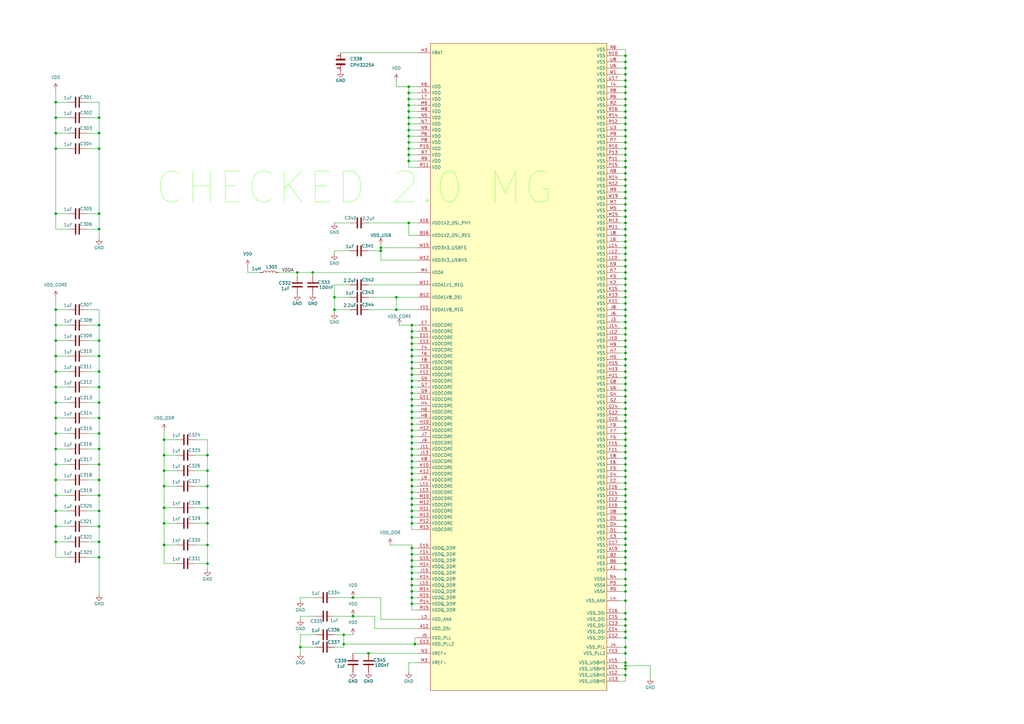
<source format=kicad_sch>
(kicad_sch (version 20250114) (generator "eeschema") (generator_version "9.0")
  (paper "A3")
  (title_block (company "COMPANY_NAME") (comment 1 "Author: Mykola Grodskyi") (comment 2 "Copyright © 2025 Mykola Grodskyi.") (comment 3 "Licensed under CERN-OHL-S v2 (see LICENSE for details)") (comment 4 "PROVIDED \"AS IS\" WITHOUT WARRANTY OF ANY KIND") (comment 5 "Source: github.com/"))
  (text "CHECKED 2.0 MG\n" (at 145.288 77.216 0) (effects (font (size 12.7 12.7))))
  (junction (at 168.91 179.07))
  (junction (at 168.91 156.21))
  (junction (at 22.86 60.96))
  (junction (at 85.09 231.14))
  (junction (at 167.64 55.88))
  (junction (at 168.91 207.01))
  (junction (at 256.54 58.42))
  (junction (at 256.54 48.26))
  (junction (at 256.54 185.42))
  (junction (at 256.54 137.16))
  (junction (at 144.78 245.11))
  (junction (at 168.91 234.95))
  (junction (at 256.54 210.82))
  (junction (at 40.64 228.6))
  (junction (at 22.86 177.8))
  (junction (at 22.86 87.63))
  (junction (at 256.54 226.06))
  (junction (at 256.54 267.97))
  (junction (at 168.91 151.13))
  (junction (at 256.54 45.72))
  (junction (at 168.91 201.93))
  (junction (at 67.31 214.63))
  (junction (at 167.64 35.56))
  (junction (at 256.54 271.78))
  (junction (at 256.54 111.76))
  (junction (at 151.13 267.97))
  (junction (at 167.64 60.96))
  (junction (at 22.86 209.55))
  (junction (at 256.54 256.54))
  (junction (at 121.92 111.76))
  (junction (at 40.64 177.8))
  (junction (at 168.91 171.45))
  (junction (at 256.54 78.74))
  (junction (at 256.54 265.43))
  (junction (at 256.54 167.64))
  (junction (at 128.27 111.76))
  (junction (at 256.54 27.94))
  (junction (at 22.86 158.75))
  (junction (at 256.54 38.1))
  (junction (at 256.54 198.12))
  (junction (at 40.64 165.1))
  (junction (at 256.54 22.86))
  (junction (at 256.54 144.78))
  (junction (at 256.54 193.04))
  (junction (at 85.09 214.63))
  (junction (at 168.91 196.85))
  (junction (at 85.09 193.04))
  (junction (at 168.91 146.05))
  (junction (at 85.09 208.28))
  (junction (at 256.54 35.56))
  (junction (at 256.54 127))
  (junction (at 22.86 139.7))
  (junction (at 167.64 40.64))
  (junction (at 256.54 162.56))
  (junction (at 168.91 186.69))
  (junction (at 256.54 106.68))
  (junction (at 168.91 191.77))
  (junction (at 40.64 203.2))
  (junction (at 67.31 223.52))
  (junction (at 256.54 205.74))
  (junction (at 168.91 242.57))
  (junction (at 137.16 127))
  (junction (at 167.64 91.44))
  (junction (at 256.54 134.62))
  (junction (at 256.54 109.22))
  (junction (at 22.86 54.61))
  (junction (at 170.18 264.16))
  (junction (at 256.54 165.1))
  (junction (at 22.86 41.91))
  (junction (at 256.54 50.8))
  (junction (at 40.64 209.55))
  (junction (at 256.54 195.58))
  (junction (at 22.86 184.15))
  (junction (at 168.91 158.75))
  (junction (at 168.91 212.09))
  (junction (at 256.54 91.44))
  (junction (at 256.54 60.96))
  (junction (at 256.54 208.28))
  (junction (at 67.31 193.04))
  (junction (at 168.91 199.39))
  (junction (at 167.64 45.72))
  (junction (at 168.91 224.79))
  (junction (at 256.54 76.2))
  (junction (at 167.64 66.04))
  (junction (at 40.64 222.25))
  (junction (at 162.56 121.92))
  (junction (at 168.91 232.41))
  (junction (at 256.54 223.52))
  (junction (at 256.54 170.18))
  (junction (at 256.54 251.46))
  (junction (at 140.97 260.35))
  (junction (at 168.91 163.83))
  (junction (at 256.54 55.88))
  (junction (at 85.09 186.69))
  (junction (at 256.54 124.46))
  (junction (at 168.91 227.33))
  (junction (at 256.54 88.9))
  (junction (at 22.86 190.5))
  (junction (at 256.54 190.5))
  (junction (at 256.54 203.2))
  (junction (at 167.64 58.42))
  (junction (at 22.86 48.26))
  (junction (at 168.91 247.65))
  (junction (at 40.64 190.5))
  (junction (at 67.31 186.69))
  (junction (at 22.86 222.25))
  (junction (at 256.54 83.82))
  (junction (at 256.54 63.5))
  (junction (at 123.19 265.43))
  (junction (at 40.64 93.98))
  (junction (at 85.09 223.52))
  (junction (at 168.91 194.31))
  (junction (at 256.54 68.58))
  (junction (at 67.31 199.39))
  (junction (at 256.54 254))
  (junction (at 256.54 228.6))
  (junction (at 256.54 104.14))
  (junction (at 22.86 171.45))
  (junction (at 256.54 213.36))
  (junction (at 256.54 242.57))
  (junction (at 256.54 187.96))
  (junction (at 256.54 86.36))
  (junction (at 256.54 180.34))
  (junction (at 162.56 127))
  (junction (at 40.64 139.7))
  (junction (at 256.54 152.4))
  (junction (at 256.54 231.14))
  (junction (at 167.64 48.26))
  (junction (at 168.91 229.87))
  (junction (at 40.64 133.35))
  (junction (at 168.91 143.51))
  (junction (at 40.64 171.45))
  (junction (at 256.54 177.8))
  (junction (at 256.54 273.05))
  (junction (at 256.54 182.88))
  (junction (at 256.54 30.48))
  (junction (at 168.91 189.23))
  (junction (at 168.91 204.47))
  (junction (at 256.54 25.4))
  (junction (at 168.91 209.55))
  (junction (at 168.91 168.91))
  (junction (at 40.64 54.61))
  (junction (at 40.64 158.75))
  (junction (at 256.54 43.18))
  (junction (at 40.64 87.63))
  (junction (at 256.54 220.98))
  (junction (at 167.64 63.5))
  (junction (at 256.54 139.7))
  (junction (at 256.54 276.86))
  (junction (at 256.54 149.86))
  (junction (at 256.54 101.6))
  (junction (at 167.64 43.18))
  (junction (at 256.54 233.68))
  (junction (at 256.54 160.02))
  (junction (at 67.31 180.34))
  (junction (at 40.64 152.4))
  (junction (at 168.91 214.63))
  (junction (at 156.21 102.87))
  (junction (at 22.86 146.05))
  (junction (at 168.91 240.03))
  (junction (at 167.64 50.8))
  (junction (at 22.86 152.4))
  (junction (at 137.16 121.92))
  (junction (at 167.64 53.34))
  (junction (at 256.54 53.34))
  (junction (at 256.54 175.26))
  (junction (at 256.54 119.38))
  (junction (at 22.86 203.2))
  (junction (at 22.86 196.85))
  (junction (at 168.91 173.99))
  (junction (at 256.54 114.3))
  (junction (at 256.54 274.32))
  (junction (at 40.64 215.9))
  (junction (at 167.64 38.1))
  (junction (at 256.54 93.98))
  (junction (at 168.91 138.43))
  (junction (at 168.91 161.29))
  (junction (at 256.54 240.03))
  (junction (at 144.78 252.73))
  (junction (at 256.54 237.49))
  (junction (at 140.97 264.16))
  (junction (at 168.91 176.53))
  (junction (at 168.91 135.89))
  (junction (at 40.64 60.96))
  (junction (at 256.54 172.72))
  (junction (at 40.64 184.15))
  (junction (at 256.54 116.84))
  (junction (at 256.54 215.9))
  (junction (at 168.91 245.11))
  (junction (at 256.54 246.38))
  (junction (at 85.09 199.39))
  (junction (at 256.54 147.32))
  (junction (at 256.54 96.52))
  (junction (at 22.86 133.35))
  (junction (at 40.64 146.05))
  (junction (at 40.64 196.85))
  (junction (at 168.91 181.61))
  (junction (at 256.54 71.12))
  (junction (at 168.91 184.15))
  (junction (at 256.54 132.08))
  (junction (at 22.86 127))
  (junction (at 168.91 148.59))
  (junction (at 256.54 154.94))
  (junction (at 256.54 40.64))
  (junction (at 256.54 218.44))
  (junction (at 22.86 165.1))
  (junction (at 22.86 215.9))
  (junction (at 256.54 261.62))
  (junction (at 256.54 142.24))
  (junction (at 156.21 101.6))
  (junction (at 256.54 33.02))
  (junction (at 256.54 121.92))
  (junction (at 168.91 140.97))
  (junction (at 256.54 200.66))
  (junction (at 256.54 73.66))
  (junction (at 168.91 133.35))
  (junction (at 168.91 153.67))
  (junction (at 168.91 166.37))
  (junction (at 256.54 129.54))
  (junction (at 40.64 48.26))
  (junction (at 256.54 259.08))
  (junction (at 168.91 237.49))
  (junction (at 256.54 99.06))
  (junction (at 256.54 157.48))
  (junction (at 256.54 66.04))
  (junction (at 67.31 208.28))
  (junction (at 256.54 81.28))
  (wire (pts (xy 162.56 121.92) (xy 171.45 121.92)))
  (wire (pts (xy 256.54 66.04) (xy 254 66.04)))
  (wire (pts (xy 256.54 129.54) (xy 256.54 132.08)))
  (wire (pts (xy 256.54 203.2) (xy 254 203.2)))
  (wire (pts (xy 168.91 161.29) (xy 171.45 161.29)))
  (wire (pts (xy 101.6 109.22) (xy 101.6 111.76)))
  (wire (pts (xy 85.09 199.39) (xy 85.09 208.28)))
  (wire (pts (xy 22.86 121.92) (xy 22.86 127)))
  (wire (pts (xy 67.31 180.34) (xy 67.31 186.69)))
  (wire (pts (xy 85.09 223.52) (xy 80.01 223.52)))
  (wire (pts (xy 256.54 233.68) (xy 256.54 237.49)))
  (wire (pts (xy 123.19 252.73) (xy 123.19 254)))
  (wire (pts (xy 168.91 184.15) (xy 168.91 186.69)))
  (wire (pts (xy 168.91 247.65) (xy 168.91 250.19)))
  (wire (pts (xy 256.54 137.16) (xy 256.54 139.7)))
  (wire (pts (xy 256.54 22.86) (xy 256.54 25.4)))
  (wire (pts (xy 168.91 214.63) (xy 168.91 217.17)))
  (wire (pts (xy 168.91 168.91) (xy 168.91 171.45)))
  (wire (pts (xy 256.54 231.14) (xy 254 231.14)))
  (wire (pts (xy 67.31 214.63) (xy 67.31 223.52)))
  (wire (pts (xy 137.16 121.92) (xy 137.16 127)))
  (wire (pts (xy 67.31 214.63) (xy 72.39 214.63)))
  (wire (pts (xy 256.54 50.8) (xy 254 50.8)))
  (wire (pts (xy 256.54 25.4) (xy 254 25.4)))
  (wire (pts (xy 256.54 35.56) (xy 254 35.56)))
  (wire (pts (xy 168.91 207.01) (xy 168.91 209.55)))
  (wire (pts (xy 85.09 199.39) (xy 80.01 199.39)))
  (wire (pts (xy 67.31 208.28) (xy 67.31 214.63)))
  (wire (pts (xy 256.54 101.6) (xy 256.54 104.14)))
  (wire (pts (xy 256.54 142.24) (xy 254 142.24)))
  (wire (pts (xy 256.54 271.78) (xy 254 271.78)))
  (wire (pts (xy 168.91 186.69) (xy 171.45 186.69)))
  (wire (pts (xy 256.54 267.97) (xy 256.54 271.78)))
  (wire (pts (xy 40.64 139.7) (xy 35.56 139.7)))
  (wire (pts (xy 168.91 250.19) (xy 171.45 250.19)))
  (wire (pts (xy 22.86 87.63) (xy 22.86 93.98)))
  (wire (pts (xy 85.09 208.28) (xy 85.09 214.63)))
  (wire (pts (xy 256.54 83.82) (xy 254 83.82)))
  (wire (pts (xy 140.97 264.16) (xy 140.97 260.35)))
  (wire (pts (xy 168.91 176.53) (xy 171.45 176.53)))
  (wire (pts (xy 40.64 177.8) (xy 40.64 184.15)))
  (wire (pts (xy 256.54 139.7) (xy 254 139.7)))
  (wire (pts (xy 256.54 104.14) (xy 256.54 106.68)))
  (wire (pts (xy 129.54 245.11) (xy 123.19 245.11)))
  (wire (pts (xy 22.86 228.6) (xy 27.94 228.6)))
  (wire (pts (xy 256.54 208.28) (xy 256.54 210.82)))
  (wire (pts (xy 256.54 233.68) (xy 254 233.68)))
  (wire (pts (xy 168.91 186.69) (xy 168.91 189.23)))
  (wire (pts (xy 85.09 214.63) (xy 80.01 214.63)))
  (wire (pts (xy 167.64 63.5) (xy 167.64 66.04)))
  (wire (pts (xy 256.54 127) (xy 254 127)))
  (wire (pts (xy 256.54 68.58) (xy 256.54 71.12)))
  (wire (pts (xy 67.31 208.28) (xy 72.39 208.28)))
  (wire (pts (xy 167.64 38.1) (xy 167.64 40.64)))
  (wire (pts (xy 256.54 78.74) (xy 254 78.74)))
  (wire (pts (xy 167.64 40.64) (xy 171.45 40.64)))
  (wire (pts (xy 256.54 40.64) (xy 256.54 43.18)))
  (wire (pts (xy 40.64 41.91) (xy 40.64 48.26)))
  (wire (pts (xy 256.54 129.54) (xy 254 129.54)))
  (wire (pts (xy 137.16 104.14) (xy 137.16 102.87)))
  (wire (pts (xy 256.54 157.48) (xy 256.54 160.02)))
  (wire (pts (xy 256.54 106.68) (xy 254 106.68)))
  (wire (pts (xy 256.54 27.94) (xy 256.54 30.48)))
  (wire (pts (xy 167.64 55.88) (xy 167.64 58.42)))
  (wire (pts (xy 168.91 179.07) (xy 168.91 181.61)))
  (wire (pts (xy 256.54 165.1) (xy 254 165.1)))
  (wire (pts (xy 22.86 60.96) (xy 22.86 87.63)))
  (wire (pts (xy 256.54 213.36) (xy 256.54 215.9)))
  (wire (pts (xy 256.54 154.94) (xy 254 154.94)))
  (wire (pts (xy 22.86 127) (xy 27.94 127)))
  (wire (pts (xy 40.64 171.45) (xy 40.64 177.8)))
  (wire (pts (xy 168.91 181.61) (xy 171.45 181.61)))
  (wire (pts (xy 168.91 196.85) (xy 168.91 199.39)))
  (wire (pts (xy 22.86 54.61) (xy 22.86 60.96)))
  (wire (pts (xy 256.54 119.38) (xy 254 119.38)))
  (wire (pts (xy 256.54 121.92) (xy 256.54 124.46)))
  (wire (pts (xy 168.91 148.59) (xy 171.45 148.59)))
  (wire (pts (xy 256.54 274.32) (xy 254 274.32)))
  (wire (pts (xy 22.86 41.91) (xy 22.86 48.26)))
  (wire (pts (xy 256.54 137.16) (xy 254 137.16)))
  (wire (pts (xy 67.31 186.69) (xy 67.31 193.04)))
  (wire (pts (xy 143.51 121.92) (xy 137.16 121.92)))
  (wire (pts (xy 168.91 156.21) (xy 168.91 158.75)))
  (wire (pts (xy 121.92 111.76) (xy 121.92 113.03)))
  (wire (pts (xy 256.54 132.08) (xy 254 132.08)))
  (wire (pts (xy 40.64 222.25) (xy 40.64 228.6)))
  (wire (pts (xy 256.54 71.12) (xy 256.54 73.66)))
  (wire (pts (xy 256.54 185.42) (xy 254 185.42)))
  (wire (pts (xy 256.54 167.64) (xy 256.54 170.18)))
  (wire (pts (xy 168.91 173.99) (xy 168.91 176.53)))
  (wire (pts (xy 171.45 96.52) (xy 167.64 96.52)))
  (wire (pts (xy 139.7 21.59) (xy 171.45 21.59)))
  (wire (pts (xy 151.13 91.44) (xy 167.64 91.44)))
  (wire (pts (xy 256.54 237.49) (xy 256.54 240.03)))
  (wire (pts (xy 40.64 87.63) (xy 40.64 93.98)))
  (wire (pts (xy 40.64 54.61) (xy 35.56 54.61)))
  (wire (pts (xy 168.91 138.43) (xy 171.45 138.43)))
  (wire (pts (xy 168.91 184.15) (xy 171.45 184.15)))
  (wire (pts (xy 256.54 76.2) (xy 256.54 78.74)))
  (wire (pts (xy 256.54 195.58) (xy 256.54 198.12)))
  (wire (pts (xy 22.86 184.15) (xy 27.94 184.15)))
  (wire (pts (xy 40.64 215.9) (xy 40.64 222.25)))
  (wire (pts (xy 85.09 193.04) (xy 80.01 193.04)))
  (wire (pts (xy 256.54 134.62) (xy 254 134.62)))
  (wire (pts (xy 140.97 264.16) (xy 170.18 264.16)))
  (wire (pts (xy 168.91 237.49) (xy 171.45 237.49)))
  (wire (pts (xy 168.91 245.11) (xy 171.45 245.11)))
  (wire (pts (xy 67.31 199.39) (xy 67.31 208.28)))
  (wire (pts (xy 256.54 193.04) (xy 254 193.04)))
  (wire (pts (xy 40.64 228.6) (xy 40.64 243.84)))
  (wire (pts (xy 22.86 184.15) (xy 22.86 190.5)))
  (wire (pts (xy 168.91 179.07) (xy 171.45 179.07)))
  (wire (pts (xy 256.54 237.49) (xy 254 237.49)))
  (wire (pts (xy 256.54 190.5) (xy 254 190.5)))
  (wire (pts (xy 40.64 203.2) (xy 40.64 209.55)))
  (wire (pts (xy 168.91 204.47) (xy 171.45 204.47)))
  (wire (pts (xy 143.51 102.87) (xy 137.16 102.87)))
  (wire (pts (xy 256.54 175.26) (xy 254 175.26)))
  (wire (pts (xy 256.54 63.5) (xy 256.54 66.04)))
  (wire (pts (xy 168.91 227.33) (xy 171.45 227.33)))
  (wire (pts (xy 144.78 267.97) (xy 151.13 267.97)))
  (wire (pts (xy 85.09 180.34) (xy 85.09 186.69)))
  (wire (pts (xy 40.64 158.75) (xy 35.56 158.75)))
  (wire (pts (xy 85.09 223.52) (xy 85.09 231.14)))
  (wire (pts (xy 256.54 121.92) (xy 254 121.92)))
  (wire (pts (xy 67.31 223.52) (xy 67.31 231.14)))
  (wire (pts (xy 40.64 209.55) (xy 40.64 215.9)))
  (wire (pts (xy 256.54 226.06) (xy 256.54 228.6)))
  (wire (pts (xy 170.18 261.62) (xy 170.18 264.16)))
  (wire (pts (xy 256.54 124.46) (xy 256.54 127)))
  (wire (pts (xy 168.91 234.95) (xy 168.91 237.49)))
  (wire (pts (xy 256.54 187.96) (xy 254 187.96)))
  (wire (pts (xy 167.64 38.1) (xy 171.45 38.1)))
  (wire (pts (xy 256.54 220.98) (xy 254 220.98)))
  (wire (pts (xy 256.54 213.36) (xy 254 213.36)))
  (wire (pts (xy 168.91 227.33) (xy 168.91 229.87)))
  (wire (pts (xy 22.86 60.96) (xy 27.94 60.96)))
  (wire (pts (xy 153.67 257.81) (xy 153.67 252.73)))
  (wire (pts (xy 168.91 146.05) (xy 171.45 146.05)))
  (wire (pts (xy 256.54 86.36) (xy 254 86.36)))
  (wire (pts (xy 256.54 88.9) (xy 254 88.9)))
  (wire (pts (xy 40.64 146.05) (xy 40.64 152.4)))
  (wire (pts (xy 256.54 160.02) (xy 254 160.02)))
  (wire (pts (xy 40.64 152.4) (xy 40.64 158.75)))
  (wire (pts (xy 256.54 154.94) (xy 256.54 157.48)))
  (wire (pts (xy 256.54 254) (xy 254 254)))
  (wire (pts (xy 256.54 215.9) (xy 256.54 218.44)))
  (wire (pts (xy 256.54 48.26) (xy 254 48.26)))
  (wire (pts (xy 151.13 121.92) (xy 162.56 121.92)))
  (wire (pts (xy 256.54 78.74) (xy 256.54 81.28)))
  (wire (pts (xy 256.54 43.18) (xy 256.54 45.72)))
  (wire (pts (xy 167.64 55.88) (xy 171.45 55.88)))
  (wire (pts (xy 137.16 127) (xy 137.16 128.27)))
  (wire (pts (xy 168.91 171.45) (xy 168.91 173.99)))
  (wire (pts (xy 168.91 171.45) (xy 171.45 171.45)))
  (wire (pts (xy 256.54 27.94) (xy 254 27.94)))
  (wire (pts (xy 256.54 147.32) (xy 254 147.32)))
  (wire (pts (xy 168.91 194.31) (xy 171.45 194.31)))
  (wire (pts (xy 256.54 200.66) (xy 256.54 203.2)))
  (wire (pts (xy 168.91 138.43) (xy 168.91 140.97)))
  (wire (pts (xy 101.6 111.76) (xy 106.68 111.76)))
  (wire (pts (xy 256.54 40.64) (xy 254 40.64)))
  (wire (pts (xy 167.64 271.78) (xy 171.45 271.78)))
  (wire (pts (xy 256.54 200.66) (xy 254 200.66)))
  (wire (pts (xy 256.54 218.44) (xy 256.54 220.98)))
  (wire (pts (xy 168.91 201.93) (xy 171.45 201.93)))
  (wire (pts (xy 168.91 194.31) (xy 168.91 196.85)))
  (wire (pts (xy 168.91 209.55) (xy 168.91 212.09)))
  (wire (pts (xy 167.64 275.59) (xy 167.64 271.78)))
  (wire (pts (xy 168.91 151.13) (xy 171.45 151.13)))
  (wire (pts (xy 151.13 116.84) (xy 171.45 116.84)))
  (wire (pts (xy 168.91 224.79) (xy 168.91 227.33)))
  (wire (pts (xy 168.91 133.35) (xy 171.45 133.35)))
  (wire (pts (xy 167.64 43.18) (xy 171.45 43.18)))
  (wire (pts (xy 256.54 271.78) (xy 256.54 273.05)))
  (wire (pts (xy 167.64 96.52) (xy 167.64 91.44)))
  (wire (pts (xy 256.54 96.52) (xy 254 96.52)))
  (wire (pts (xy 40.64 165.1) (xy 40.64 171.45)))
  (wire (pts (xy 256.54 165.1) (xy 256.54 167.64)))
  (wire (pts (xy 129.54 252.73) (xy 123.19 252.73)))
  (wire (pts (xy 256.54 172.72) (xy 254 172.72)))
  (wire (pts (xy 256.54 81.28) (xy 254 81.28)))
  (wire (pts (xy 167.64 48.26) (xy 167.64 50.8)))
  (wire (pts (xy 256.54 55.88) (xy 256.54 58.42)))
  (wire (pts (xy 256.54 240.03) (xy 256.54 242.57)))
  (wire (pts (xy 168.91 140.97) (xy 168.91 143.51)))
  (wire (pts (xy 40.64 48.26) (xy 40.64 54.61)))
  (wire (pts (xy 40.64 139.7) (xy 40.64 146.05)))
  (wire (pts (xy 22.86 222.25) (xy 27.94 222.25)))
  (wire (pts (xy 167.64 43.18) (xy 167.64 45.72)))
  (wire (pts (xy 85.09 193.04) (xy 85.09 199.39)))
  (wire (pts (xy 22.86 203.2) (xy 27.94 203.2)))
  (wire (pts (xy 256.54 81.28) (xy 256.54 83.82)))
  (wire (pts (xy 22.86 203.2) (xy 22.86 209.55)))
  (wire (pts (xy 256.54 104.14) (xy 254 104.14)))
  (wire (pts (xy 140.97 260.35) (xy 144.78 260.35)))
  (wire (pts (xy 156.21 245.11) (xy 144.78 245.11)))
  (wire (pts (xy 167.64 91.44) (xy 171.45 91.44)))
  (wire (pts (xy 156.21 100.33) (xy 156.21 101.6)))
  (wire (pts (xy 256.54 114.3) (xy 256.54 116.84)))
  (wire (pts (xy 168.91 163.83) (xy 168.91 166.37)))
  (wire (pts (xy 40.64 133.35) (xy 35.56 133.35)))
  (wire (pts (xy 256.54 50.8) (xy 256.54 53.34)))
  (wire (pts (xy 85.09 186.69) (xy 80.01 186.69)))
  (wire (pts (xy 256.54 187.96) (xy 256.54 190.5)))
  (wire (pts (xy 256.54 101.6) (xy 254 101.6)))
  (wire (pts (xy 168.91 191.77) (xy 171.45 191.77)))
  (wire (pts (xy 256.54 205.74) (xy 254 205.74)))
  (wire (pts (xy 168.91 153.67) (xy 171.45 153.67)))
  (wire (pts (xy 168.91 242.57) (xy 168.91 245.11)))
  (wire (pts (xy 168.91 161.29) (xy 168.91 163.83)))
  (wire (pts (xy 137.16 116.84) (xy 137.16 121.92)))
  (wire (pts (xy 168.91 140.97) (xy 171.45 140.97)))
  (wire (pts (xy 123.19 260.35) (xy 129.54 260.35)))
  (wire (pts (xy 137.16 116.84) (xy 143.51 116.84)))
  (wire (pts (xy 266.7 273.05) (xy 256.54 273.05)))
  (wire (pts (xy 40.64 190.5) (xy 35.56 190.5)))
  (wire (pts (xy 156.21 102.87) (xy 156.21 106.68)))
  (wire (pts (xy 168.91 158.75) (xy 168.91 161.29)))
  (wire (pts (xy 137.16 127) (xy 143.51 127)))
  (wire (pts (xy 256.54 251.46) (xy 256.54 254)))
  (wire (pts (xy 256.54 60.96) (xy 256.54 63.5)))
  (wire (pts (xy 67.31 176.53) (xy 67.31 180.34)))
  (wire (pts (xy 256.54 180.34) (xy 254 180.34)))
  (wire (pts (xy 256.54 111.76) (xy 254 111.76)))
  (wire (pts (xy 22.86 139.7) (xy 22.86 146.05)))
  (wire (pts (xy 168.91 232.41) (xy 171.45 232.41)))
  (wire (pts (xy 256.54 279.4) (xy 254 279.4)))
  (wire (pts (xy 85.09 214.63) (xy 85.09 223.52)))
  (wire (pts (xy 256.54 162.56) (xy 254 162.56)))
  (wire (pts (xy 151.13 102.87) (xy 156.21 102.87)))
  (wire (pts (xy 167.64 60.96) (xy 167.64 63.5)))
  (wire (pts (xy 256.54 276.86) (xy 254 276.86)))
  (wire (pts (xy 168.91 199.39) (xy 171.45 199.39)))
  (wire (pts (xy 256.54 256.54) (xy 256.54 259.08)))
  (wire (pts (xy 167.64 68.58) (xy 171.45 68.58)))
  (wire (pts (xy 40.64 127) (xy 35.56 127)))
  (wire (pts (xy 168.91 217.17) (xy 171.45 217.17)))
  (wire (pts (xy 256.54 273.05) (xy 256.54 274.32)))
  (wire (pts (xy 40.64 165.1) (xy 35.56 165.1)))
  (wire (pts (xy 168.91 214.63) (xy 171.45 214.63)))
  (wire (pts (xy 123.19 265.43) (xy 123.19 267.97)))
  (wire (pts (xy 168.91 151.13) (xy 168.91 153.67)))
  (wire (pts (xy 168.91 158.75) (xy 171.45 158.75)))
  (wire (pts (xy 67.31 193.04) (xy 72.39 193.04)))
  (wire (pts (xy 22.86 48.26) (xy 27.94 48.26)))
  (wire (pts (xy 40.64 146.05) (xy 35.56 146.05)))
  (wire (pts (xy 168.91 207.01) (xy 171.45 207.01)))
  (wire (pts (xy 256.54 198.12) (xy 254 198.12)))
  (wire (pts (xy 256.54 99.06) (xy 254 99.06)))
  (wire (pts (xy 256.54 45.72) (xy 256.54 48.26)))
  (wire (pts (xy 256.54 22.86) (xy 254 22.86)))
  (wire (pts (xy 256.54 276.86) (xy 256.54 279.4)))
  (wire (pts (xy 256.54 142.24) (xy 256.54 144.78)))
  (wire (pts (xy 256.54 134.62) (xy 256.54 137.16)))
  (wire (pts (xy 256.54 267.97) (xy 254 267.97)))
  (wire (pts (xy 256.54 246.38) (xy 254 246.38)))
  (wire (pts (xy 22.86 146.05) (xy 27.94 146.05)))
  (wire (pts (xy 151.13 267.97) (xy 171.45 267.97)))
  (wire (pts (xy 256.54 152.4) (xy 254 152.4)))
  (wire (pts (xy 256.54 228.6) (xy 254 228.6)))
  (wire (pts (xy 168.91 247.65) (xy 171.45 247.65)))
  (wire (pts (xy 256.54 48.26) (xy 256.54 50.8)))
  (wire (pts (xy 256.54 124.46) (xy 254 124.46)))
  (wire (pts (xy 256.54 259.08) (xy 256.54 261.62)))
  (wire (pts (xy 256.54 63.5) (xy 254 63.5)))
  (wire (pts (xy 170.18 261.62) (xy 171.45 261.62)))
  (wire (pts (xy 256.54 53.34) (xy 256.54 55.88)))
  (wire (pts (xy 40.64 60.96) (xy 40.64 87.63)))
  (wire (pts (xy 168.91 204.47) (xy 168.91 207.01)))
  (wire (pts (xy 168.91 163.83) (xy 171.45 163.83)))
  (wire (pts (xy 168.91 201.93) (xy 168.91 204.47)))
  (wire (pts (xy 256.54 205.74) (xy 256.54 208.28)))
  (wire (pts (xy 256.54 99.06) (xy 256.54 101.6)))
  (wire (pts (xy 256.54 172.72) (xy 256.54 175.26)))
  (wire (pts (xy 256.54 220.98) (xy 256.54 223.52)))
  (wire (pts (xy 168.91 143.51) (xy 168.91 146.05)))
  (wire (pts (xy 27.94 93.98) (xy 22.86 93.98)))
  (wire (pts (xy 256.54 73.66) (xy 256.54 76.2)))
  (wire (pts (xy 167.64 50.8) (xy 171.45 50.8)))
  (wire (pts (xy 67.31 199.39) (xy 72.39 199.39)))
  (wire (pts (xy 137.16 91.44) (xy 143.51 91.44)))
  (wire (pts (xy 22.86 152.4) (xy 27.94 152.4)))
  (wire (pts (xy 22.86 54.61) (xy 27.94 54.61)))
  (wire (pts (xy 256.54 242.57) (xy 256.54 246.38)))
  (wire (pts (xy 256.54 254) (xy 256.54 256.54)))
  (wire (pts (xy 256.54 215.9) (xy 254 215.9)))
  (wire (pts (xy 256.54 111.76) (xy 256.54 114.3)))
  (wire (pts (xy 256.54 242.57) (xy 254 242.57)))
  (wire (pts (xy 167.64 58.42) (xy 171.45 58.42)))
  (wire (pts (xy 256.54 38.1) (xy 256.54 40.64)))
  (wire (pts (xy 256.54 20.32) (xy 254 20.32)))
  (wire (pts (xy 22.86 222.25) (xy 22.86 228.6)))
  (wire (pts (xy 85.09 208.28) (xy 80.01 208.28)))
  (wire (pts (xy 22.86 209.55) (xy 27.94 209.55)))
  (wire (pts (xy 123.19 260.35) (xy 123.19 265.43)))
  (wire (pts (xy 256.54 144.78) (xy 254 144.78)))
  (wire (pts (xy 256.54 71.12) (xy 254 71.12)))
  (wire (pts (xy 256.54 265.43) (xy 256.54 267.97)))
  (wire (pts (xy 67.31 193.04) (xy 67.31 199.39)))
  (wire (pts (xy 256.54 33.02) (xy 256.54 35.56)))
  (wire (pts (xy 256.54 160.02) (xy 256.54 162.56)))
  (wire (pts (xy 168.91 199.39) (xy 168.91 201.93)))
  (wire (pts (xy 266.7 278.13) (xy 266.7 273.05)))
  (wire (pts (xy 256.54 203.2) (xy 256.54 205.74)))
  (wire (pts (xy 22.86 215.9) (xy 22.86 222.25)))
  (wire (pts (xy 256.54 139.7) (xy 256.54 142.24)))
  (wire (pts (xy 22.86 158.75) (xy 22.86 165.1)))
  (wire (pts (xy 171.45 101.6) (xy 156.21 101.6)))
  (wire (pts (xy 40.64 54.61) (xy 40.64 60.96)))
  (wire (pts (xy 40.64 196.85) (xy 40.64 203.2)))
  (wire (pts (xy 256.54 261.62) (xy 254 261.62)))
  (wire (pts (xy 114.3 111.76) (xy 121.92 111.76)))
  (wire (pts (xy 256.54 109.22) (xy 256.54 111.76)))
  (wire (pts (xy 168.91 153.67) (xy 168.91 156.21)))
  (wire (pts (xy 22.86 127) (xy 22.86 133.35)))
  (wire (pts (xy 128.27 111.76) (xy 128.27 113.03)))
  (wire (pts (xy 256.54 73.66) (xy 254 73.66)))
  (wire (pts (xy 67.31 186.69) (xy 72.39 186.69)))
  (wire (pts (xy 22.86 133.35) (xy 27.94 133.35)))
  (wire (pts (xy 170.18 264.16) (xy 171.45 264.16)))
  (wire (pts (xy 167.64 66.04) (xy 167.64 68.58)))
  (wire (pts (xy 256.54 152.4) (xy 256.54 154.94)))
  (wire (pts (xy 256.54 274.32) (xy 256.54 276.86)))
  (wire (pts (xy 168.91 135.89) (xy 168.91 138.43)))
  (wire (pts (xy 168.91 242.57) (xy 171.45 242.57)))
  (wire (pts (xy 256.54 147.32) (xy 256.54 149.86)))
  (wire (pts (xy 22.86 165.1) (xy 27.94 165.1)))
  (wire (pts (xy 22.86 177.8) (xy 22.86 184.15)))
  (wire (pts (xy 256.54 170.18) (xy 256.54 172.72)))
  (wire (pts (xy 256.54 35.56) (xy 256.54 38.1)))
  (wire (pts (xy 67.31 231.14) (xy 72.39 231.14)))
  (wire (pts (xy 168.91 224.79) (xy 171.45 224.79)))
  (wire (pts (xy 144.78 252.73) (xy 137.16 252.73)))
  (wire (pts (xy 256.54 167.64) (xy 254 167.64)))
  (wire (pts (xy 256.54 210.82) (xy 254 210.82)))
  (wire (pts (xy 40.64 184.15) (xy 40.64 190.5)))
  (wire (pts (xy 256.54 182.88) (xy 254 182.88)))
  (wire (pts (xy 153.67 252.73) (xy 144.78 252.73)))
  (wire (pts (xy 22.86 171.45) (xy 27.94 171.45)))
  (wire (pts (xy 256.54 86.36) (xy 256.54 88.9)))
  (wire (pts (xy 256.54 83.82) (xy 256.54 86.36)))
  (wire (pts (xy 256.54 109.22) (xy 254 109.22)))
  (wire (pts (xy 40.64 87.63) (xy 35.56 87.63)))
  (wire (pts (xy 167.64 58.42) (xy 167.64 60.96)))
  (wire (pts (xy 40.64 93.98) (xy 40.64 97.79)))
  (wire (pts (xy 67.31 180.34) (xy 72.39 180.34)))
  (wire (pts (xy 22.86 171.45) (xy 22.86 177.8)))
  (wire (pts (xy 22.86 196.85) (xy 27.94 196.85)))
  (wire (pts (xy 167.64 35.56) (xy 167.64 38.1)))
  (wire (pts (xy 167.64 53.34) (xy 171.45 53.34)))
  (wire (pts (xy 256.54 185.42) (xy 256.54 187.96)))
  (wire (pts (xy 171.45 106.68) (xy 156.21 106.68)))
  (wire (pts (xy 22.86 209.55) (xy 22.86 215.9)))
  (wire (pts (xy 256.54 53.34) (xy 254 53.34)))
  (wire (pts (xy 256.54 58.42) (xy 254 58.42)))
  (wire (pts (xy 256.54 114.3) (xy 254 114.3)))
  (wire (pts (xy 167.64 63.5) (xy 171.45 63.5)))
  (wire (pts (xy 137.16 260.35) (xy 140.97 260.35)))
  (wire (pts (xy 168.91 176.53) (xy 168.91 179.07)))
  (wire (pts (xy 256.54 193.04) (xy 256.54 195.58)))
  (wire (pts (xy 40.64 222.25) (xy 35.56 222.25)))
  (wire (pts (xy 40.64 196.85) (xy 35.56 196.85)))
  (wire (pts (xy 256.54 190.5) (xy 256.54 193.04)))
  (wire (pts (xy 167.64 48.26) (xy 171.45 48.26)))
  (wire (pts (xy 40.64 209.55) (xy 35.56 209.55)))
  (wire (pts (xy 22.86 146.05) (xy 22.86 152.4)))
  (wire (pts (xy 22.86 165.1) (xy 22.86 171.45)))
  (wire (pts (xy 256.54 20.32) (xy 256.54 22.86)))
  (wire (pts (xy 168.91 156.21) (xy 171.45 156.21)))
  (wire (pts (xy 171.45 111.76) (xy 128.27 111.76)))
  (wire (pts (xy 256.54 149.86) (xy 254 149.86)))
  (wire (pts (xy 40.64 190.5) (xy 40.64 196.85)))
  (wire (pts (xy 256.54 228.6) (xy 256.54 231.14)))
  (wire (pts (xy 40.64 171.45) (xy 35.56 171.45)))
  (wire (pts (xy 256.54 45.72) (xy 254 45.72)))
  (wire (pts (xy 67.31 223.52) (xy 72.39 223.52)))
  (wire (pts (xy 171.45 257.81) (xy 153.67 257.81)))
  (wire (pts (xy 168.91 245.11) (xy 168.91 247.65)))
  (wire (pts (xy 256.54 132.08) (xy 256.54 134.62)))
  (wire (pts (xy 256.54 91.44) (xy 256.54 93.98)))
  (wire (pts (xy 22.86 215.9) (xy 27.94 215.9)))
  (wire (pts (xy 168.91 237.49) (xy 168.91 240.03)))
  (wire (pts (xy 85.09 186.69) (xy 85.09 193.04)))
  (wire (pts (xy 40.64 215.9) (xy 35.56 215.9)))
  (wire (pts (xy 168.91 189.23) (xy 168.91 191.77)))
  (wire (pts (xy 256.54 177.8) (xy 254 177.8)))
  (wire (pts (xy 22.86 87.63) (xy 27.94 87.63)))
  (wire (pts (xy 256.54 96.52) (xy 256.54 99.06)))
  (wire (pts (xy 35.56 93.98) (xy 40.64 93.98)))
  (wire (pts (xy 256.54 208.28) (xy 254 208.28)))
  (wire (pts (xy 22.86 158.75) (xy 27.94 158.75)))
  (wire (pts (xy 256.54 127) (xy 256.54 129.54)))
  (wire (pts (xy 256.54 251.46) (xy 254 251.46)))
  (wire (pts (xy 168.91 191.77) (xy 168.91 194.31)))
  (wire (pts (xy 256.54 93.98) (xy 254 93.98)))
  (wire (pts (xy 167.64 45.72) (xy 171.45 45.72)))
  (wire (pts (xy 168.91 196.85) (xy 171.45 196.85)))
  (wire (pts (xy 162.56 121.92) (xy 162.56 127)))
  (wire (pts (xy 256.54 170.18) (xy 254 170.18)))
  (wire (pts (xy 256.54 30.48) (xy 256.54 33.02)))
  (wire (pts (xy 256.54 106.68) (xy 256.54 109.22)))
  (wire (pts (xy 123.19 265.43) (xy 129.54 265.43)))
  (wire (pts (xy 256.54 218.44) (xy 254 218.44)))
  (wire (pts (xy 168.91 168.91) (xy 171.45 168.91)))
  (wire (pts (xy 167.64 45.72) (xy 167.64 48.26)))
  (wire (pts (xy 256.54 116.84) (xy 256.54 119.38)))
  (wire (pts (xy 22.86 152.4) (xy 22.86 158.75)))
  (wire (pts (xy 256.54 88.9) (xy 256.54 91.44)))
  (wire (pts (xy 40.64 203.2) (xy 35.56 203.2)))
  (wire (pts (xy 256.54 30.48) (xy 254 30.48)))
  (wire (pts (xy 256.54 66.04) (xy 256.54 68.58)))
  (wire (pts (xy 168.91 173.99) (xy 171.45 173.99)))
  (wire (pts (xy 256.54 68.58) (xy 254 68.58)))
  (wire (pts (xy 121.92 111.76) (xy 128.27 111.76)))
  (wire (pts (xy 168.91 212.09) (xy 171.45 212.09)))
  (wire (pts (xy 22.86 177.8) (xy 27.94 177.8)))
  (wire (pts (xy 162.56 33.02) (xy 162.56 35.56)))
  (wire (pts (xy 137.16 265.43) (xy 140.97 265.43)))
  (wire (pts (xy 160.02 223.52) (xy 168.91 223.52)))
  (wire (pts (xy 168.91 234.95) (xy 171.45 234.95)))
  (wire (pts (xy 85.09 233.68) (xy 85.09 231.14)))
  (wire (pts (xy 168.91 240.03) (xy 171.45 240.03)))
  (wire (pts (xy 256.54 240.03) (xy 254 240.03)))
  (wire (pts (xy 256.54 210.82) (xy 256.54 213.36)))
  (wire (pts (xy 256.54 144.78) (xy 256.54 147.32)))
  (wire (pts (xy 168.91 146.05) (xy 168.91 148.59)))
  (wire (pts (xy 168.91 232.41) (xy 168.91 234.95)))
  (wire (pts (xy 168.91 133.35) (xy 168.91 135.89)))
  (wire (pts (xy 40.64 184.15) (xy 35.56 184.15)))
  (wire (pts (xy 40.64 228.6) (xy 35.56 228.6)))
  (wire (pts (xy 256.54 223.52) (xy 254 223.52)))
  (wire (pts (xy 167.64 40.64) (xy 167.64 43.18)))
  (wire (pts (xy 162.56 127) (xy 171.45 127)))
  (wire (pts (xy 156.21 254) (xy 156.21 245.11)))
  (wire (pts (xy 85.09 231.14) (xy 80.01 231.14)))
  (wire (pts (xy 22.86 36.83) (xy 22.86 41.91)))
  (wire (pts (xy 156.21 101.6) (xy 156.21 102.87)))
  (wire (pts (xy 256.54 38.1) (xy 254 38.1)))
  (wire (pts (xy 256.54 195.58) (xy 254 195.58)))
  (wire (pts (xy 168.91 181.61) (xy 168.91 184.15)))
  (wire (pts (xy 256.54 93.98) (xy 256.54 96.52)))
  (wire (pts (xy 40.64 60.96) (xy 35.56 60.96)))
  (wire (pts (xy 123.19 245.11) (xy 123.19 246.38)))
  (wire (pts (xy 140.97 265.43) (xy 140.97 264.16)))
  (wire (pts (xy 162.56 35.56) (xy 167.64 35.56)))
  (wire (pts (xy 256.54 25.4) (xy 256.54 27.94)))
  (wire (pts (xy 256.54 177.8) (xy 256.54 180.34)))
  (wire (pts (xy 167.64 50.8) (xy 167.64 53.34)))
  (wire (pts (xy 256.54 55.88) (xy 254 55.88)))
  (wire (pts (xy 22.86 133.35) (xy 22.86 139.7)))
  (wire (pts (xy 256.54 76.2) (xy 254 76.2)))
  (wire (pts (xy 256.54 198.12) (xy 256.54 200.66)))
  (wire (pts (xy 171.45 254) (xy 156.21 254)))
  (wire (pts (xy 167.64 60.96) (xy 171.45 60.96)))
  (wire (pts (xy 40.64 133.35) (xy 40.64 139.7)))
  (wire (pts (xy 22.86 196.85) (xy 22.86 203.2)))
  (wire (pts (xy 40.64 127) (xy 40.64 133.35)))
  (wire (pts (xy 256.54 119.38) (xy 256.54 121.92)))
  (wire (pts (xy 168.91 212.09) (xy 168.91 214.63)))
  (wire (pts (xy 256.54 261.62) (xy 256.54 265.43)))
  (wire (pts (xy 151.13 127) (xy 162.56 127)))
  (wire (pts (xy 168.91 143.51) (xy 171.45 143.51)))
  (wire (pts (xy 256.54 33.02) (xy 254 33.02)))
  (wire (pts (xy 256.54 60.96) (xy 254 60.96)))
  (wire (pts (xy 168.91 135.89) (xy 171.45 135.89)))
  (wire (pts (xy 168.91 209.55) (xy 171.45 209.55)))
  (wire (pts (xy 40.64 41.91) (xy 35.56 41.91)))
  (wire (pts (xy 40.64 177.8) (xy 35.56 177.8)))
  (wire (pts (xy 40.64 48.26) (xy 35.56 48.26)))
  (wire (pts (xy 168.91 189.23) (xy 171.45 189.23)))
  (wire (pts (xy 256.54 162.56) (xy 256.54 165.1)))
  (wire (pts (xy 167.64 66.04) (xy 171.45 66.04)))
  (wire (pts (xy 256.54 175.26) (xy 256.54 177.8)))
  (wire (pts (xy 256.54 231.14) (xy 256.54 233.68)))
  (wire (pts (xy 256.54 182.88) (xy 256.54 185.42)))
  (wire (pts (xy 22.86 48.26) (xy 22.86 54.61)))
  (wire (pts (xy 85.09 180.34) (xy 80.01 180.34)))
  (wire (pts (xy 256.54 265.43) (xy 254 265.43)))
  (wire (pts (xy 22.86 139.7) (xy 27.94 139.7)))
  (wire (pts (xy 256.54 259.08) (xy 254 259.08)))
  (wire (pts (xy 256.54 43.18) (xy 254 43.18)))
  (wire (pts (xy 256.54 116.84) (xy 254 116.84)))
  (wire (pts (xy 168.91 223.52) (xy 168.91 224.79)))
  (wire (pts (xy 167.64 53.34) (xy 167.64 55.88)))
  (wire (pts (xy 168.91 240.03) (xy 168.91 242.57)))
  (wire (pts (xy 256.54 149.86) (xy 256.54 152.4)))
  (wire (pts (xy 256.54 256.54) (xy 254 256.54)))
  (wire (pts (xy 40.64 152.4) (xy 35.56 152.4)))
  (wire (pts (xy 168.91 148.59) (xy 168.91 151.13)))
  (wire (pts (xy 256.54 180.34) (xy 256.54 182.88)))
  (wire (pts (xy 22.86 41.91) (xy 27.94 41.91)))
  (wire (pts (xy 168.91 229.87) (xy 171.45 229.87)))
  (wire (pts (xy 168.91 229.87) (xy 168.91 232.41)))
  (wire (pts (xy 256.54 223.52) (xy 256.54 226.06)))
  (wire (pts (xy 144.78 245.11) (xy 137.16 245.11)))
  (wire (pts (xy 167.64 35.56) (xy 171.45 35.56)))
  (wire (pts (xy 256.54 91.44) (xy 254 91.44)))
  (wire (pts (xy 256.54 226.06) (xy 254 226.06)))
  (wire (pts (xy 168.91 166.37) (xy 168.91 168.91)))
  (wire (pts (xy 40.64 158.75) (xy 40.64 165.1)))
  (wire (pts (xy 22.86 190.5) (xy 22.86 196.85)))
  (wire (pts (xy 163.83 133.35) (xy 168.91 133.35)))
  (wire (pts (xy 256.54 157.48) (xy 254 157.48)))
  (wire (pts (xy 22.86 190.5) (xy 27.94 190.5)))
  (wire (pts (xy 256.54 58.42) (xy 256.54 60.96)))
  (wire (pts (xy 168.91 166.37) (xy 171.45 166.37)))
  (wire (pts (xy 256.54 246.38) (xy 256.54 251.46)))
  (label "VDDA" (at 115.57 111.76 0))
  (symbol (lib_id "Device:C") (at 31.75 146.05 270) (unit 1)
    (property "Reference" "C310" (at 35.306 144.018 90))
    (property "Value" "1uF" (at 27.94 144.272 90))
    (property "Footprint" "lib:C_0402_small" (effects (hide yes)))
    (property "Description" "Unpolarized capacitor" (effects (hide yes)))
    (property "Mouser P/N" "81-GRM155R61E105KA2D" (effects (hide yes)))
    (property "LCSC Part #" "C52923" (effects (hide yes)))
    (property "REC P/N" "GRM155R61E105KA12D" (effects (hide yes)))
  )
  (symbol (lib_id "power:+36V") (at 144.78 252.73 0) (unit 1)
    (property "Reference" "#PWR0318" (effects (hide yes)))
    (property "Value" "VDD" (at 144.78 247.65 0))
    (property "Description" "Power symbol creates a global label with name \"+36V\"" (effects (hide yes)))
  )
  (symbol (lib_id "Device:C") (at 31.75 184.15 270) (unit 1)
    (property "Reference" "C316" (at 35.306 182.118 90))
    (property "Value" "1uF" (at 27.94 182.372 90))
    (property "Footprint" "lib:C_0402_small" (effects (hide yes)))
    (property "Description" "Unpolarized capacitor" (effects (hide yes)))
    (property "Mouser P/N" "81-GRM155R61E105KA2D" (effects (hide yes)))
    (property "LCSC Part #" "C52923" (effects (hide yes)))
    (property "REC P/N" "GRM155R61E105KA12D" (effects (hide yes)))
  )
  (symbol (lib_id "power:GND") (at 123.19 267.97 0) (unit 1)
    (property "Reference" "#PWR0311" (effects (hide yes)))
    (property "Value" "GND" (at 123.19 271.78 0))
    (property "Description" "Power symbol creates a global label with name \"GND\" , ground" (effects (hide yes)))
  )
  (symbol (lib_id "Device:C") (at 31.75 196.85 270) (unit 1)
    (property "Reference" "C318" (at 35.306 194.818 90))
    (property "Value" "1uF" (at 27.94 195.072 90))
    (property "Footprint" "lib:C_0402_small" (effects (hide yes)))
    (property "Description" "Unpolarized capacitor" (effects (hide yes)))
    (property "Mouser P/N" "81-GRM155R61E105KA2D" (effects (hide yes)))
    (property "LCSC Part #" "C52923" (effects (hide yes)))
    (property "REC P/N" "GRM155R61E105KA12D" (effects (hide yes)))
  )
  (symbol (lib_id "Device:C") (at 31.75 209.55 270) (unit 1)
    (property "Reference" "C320" (at 35.306 207.518 90))
    (property "Value" "1uF" (at 27.94 207.772 90))
    (property "Footprint" "lib:C_0402_small" (effects (hide yes)))
    (property "Description" "Unpolarized capacitor" (effects (hide yes)))
    (property "Mouser P/N" "81-GRM155R61E105KA2D" (effects (hide yes)))
    (property "LCSC Part #" "C52923" (effects (hide yes)))
    (property "REC P/N" "GRM155R61E105KA12D" (effects (hide yes)))
  )
  (symbol (lib_id "Device:C") (at 76.2 193.04 270) (unit 1)
    (property "Reference" "C326" (at 79.756 191.008 90))
    (property "Value" "1uF" (at 72.39 191.262 90))
    (property "Footprint" "lib:C_0402_small" (effects (hide yes)))
    (property "Description" "Unpolarized capacitor" (effects (hide yes)))
    (property "Mouser P/N" "81-GRM155R61E105KA2D" (effects (hide yes)))
    (property "LCSC Part #" "C52923" (effects (hide yes)))
    (property "REC P/N" "GRM155R61E105KA12D" (effects (hide yes)))
  )
  (symbol (lib_id "power:+36V") (at 160.02 223.52 0) (unit 1)
    (property "Reference" "#PWR0323" (effects (hide yes)))
    (property "Value" "VDD_DDR" (at 160.02 218.44 0))
    (property "Description" "Power symbol creates a global label with name \"+36V\"" (effects (hide yes)))
  )
  (symbol (lib_id "Device:C") (at 76.2 223.52 270) (unit 1)
    (property "Reference" "C330" (at 79.756 221.488 90))
    (property "Value" "1nF" (at 72.39 221.742 90))
    (property "Footprint" "lib:C_0402_small" (effects (hide yes)))
    (property "Description" "Unpolarized capacitor" (effects (hide yes)))
    (property "Mouser P/N" "81-GRM155R70J102KA1D" (effects (hide yes)))
    (property "LCSC Part #" "C1523" (effects (hide yes)))
    (property "REC P/N" "GRM155R70J102KA01D" (effects (hide yes)))
  )
  (symbol (lib_id "power:+36V") (at 163.83 133.35 0) (unit 1)
    (property "Reference" "#PWR0325" (effects (hide yes)))
    (property "Value" "VDD_CORE" (at 163.83 129.794 0))
    (property "Description" "Power symbol creates a global label with name \"+36V\"" (effects (hide yes)))
  )
  (symbol (lib_id "Device:C") (at 31.75 139.7 270) (unit 1)
    (property "Reference" "C309" (at 35.306 137.668 90))
    (property "Value" "1uF" (at 27.94 137.922 90))
    (property "Footprint" "lib:C_0402_small" (effects (hide yes)))
    (property "Description" "Unpolarized capacitor" (effects (hide yes)))
    (property "Mouser P/N" "81-GRM155R61E105KA2D" (effects (hide yes)))
    (property "LCSC Part #" "C52923" (effects (hide yes)))
    (property "REC P/N" "GRM155R61E105KA12D" (effects (hide yes)))
  )
  (symbol (lib_id "Device:C") (at 76.2 231.14 270) (unit 1)
    (property "Reference" "C331" (at 79.756 229.108 90))
    (property "Value" "1nF" (at 72.39 229.362 90))
    (property "Footprint" "lib:C_0402_small" (effects (hide yes)))
    (property "Description" "Unpolarized capacitor" (effects (hide yes)))
    (property "Mouser P/N" "81-GRM155R70J102KA1D" (effects (hide yes)))
    (property "LCSC Part #" "C1523" (effects (hide yes)))
    (property "REC P/N" "GRM155R70J102KA01D" (effects (hide yes)))
  )
  (symbol (lib_id "power:+36V") (at 156.21 100.33 0) (unit 1)
    (property "Reference" "#PWR0322" (effects (hide yes)))
    (property "Value" "VDD_USB" (at 156.21 96.52 0))
    (property "Description" "Power symbol creates a global label with name \"+36V\"" (effects (hide yes)))
  )
  (symbol (lib_id "Device:C") (at 76.2 199.39 270) (unit 1)
    (property "Reference" "C327" (at 79.756 197.358 90))
    (property "Value" "1uF" (at 72.39 197.612 90))
    (property "Footprint" "lib:C_0402_small" (effects (hide yes)))
    (property "Description" "Unpolarized capacitor" (effects (hide yes)))
    (property "Mouser P/N" "81-GRM155R61E105KA2D" (effects (hide yes)))
    (property "LCSC Part #" "C52923" (effects (hide yes)))
    (property "REC P/N" "GRM155R61E105KA12D" (effects (hide yes)))
  )
  (symbol (lib_id "Device:C") (at 133.35 260.35 270) (unit 1)
    (property "Reference" "C336" (at 136.906 258.318 90))
    (property "Value" "1uF" (at 129.54 258.572 90))
    (property "Footprint" "lib:C_0402_small" (effects (hide yes)))
    (property "Description" "Unpolarized capacitor" (effects (hide yes)))
    (property "Mouser P/N" "81-GRM155R61E105KA2D" (effects (hide yes)))
    (property "LCSC Part #" "C52923" (effects (hide yes)))
    (property "REC P/N" "GRM155R61E105KA12D" (effects (hide yes)))
  )
  (symbol (lib_id "power:GND") (at 85.09 233.68 0) (unit 1)
    (property "Reference" "#PWR0306" (effects (hide yes)))
    (property "Value" "GND" (at 85.09 237.49 0))
    (property "Description" "Power symbol creates a global label with name \"GND\" , ground" (effects (hide yes)))
  )
  (symbol (lib_id "Device:C") (at 31.75 190.5 270) (unit 1)
    (property "Reference" "C317" (at 35.306 188.468 90))
    (property "Value" "1uF" (at 27.94 188.722 90))
    (property "Footprint" "lib:C_0402_small" (effects (hide yes)))
    (property "Description" "Unpolarized capacitor" (effects (hide yes)))
    (property "Mouser P/N" "81-GRM155R61E105KA2D" (effects (hide yes)))
    (property "LCSC Part #" "C52923" (effects (hide yes)))
    (property "REC P/N" "GRM155R61E105KA12D" (effects (hide yes)))
  )
  (symbol (lib_id "Device:C") (at 31.75 48.26 270) (unit 1)
    (property "Reference" "C302" (at 35.306 46.228 90))
    (property "Value" "1uF" (at 27.94 46.482 90))
    (property "Footprint" "lib:C_0402_small" (effects (hide yes)))
    (property "Description" "Unpolarized capacitor" (effects (hide yes)))
    (property "Mouser P/N" "81-GRM155R61E105KA2D" (effects (hide yes)))
    (property "LCSC Part #" "C52923" (effects (hide yes)))
    (property "REC P/N" "GRM155R61E105KA12D" (effects (hide yes)))
  )
  (symbol (lib_id "power:+36V") (at 144.78 245.11 0) (unit 1)
    (property "Reference" "#PWR0317" (effects (hide yes)))
    (property "Value" "VDD" (at 144.78 240.03 0))
    (property "Description" "Power symbol creates a global label with name \"+36V\"" (effects (hide yes)))
  )
  (symbol (lib_id "Device:C") (at 31.75 152.4 270) (unit 1)
    (property "Reference" "C311" (at 35.306 150.368 90))
    (property "Value" "1uF" (at 27.94 150.622 90))
    (property "Footprint" "lib:C_0402_small" (effects (hide yes)))
    (property "Description" "Unpolarized capacitor" (effects (hide yes)))
    (property "Mouser P/N" "81-GRM155R61E105KA2D" (effects (hide yes)))
    (property "LCSC Part #" "C52923" (effects (hide yes)))
    (property "REC P/N" "GRM155R61E105KA12D" (effects (hide yes)))
  )
  (symbol (lib_id "Device:C") (at 31.75 215.9 270) (unit 1)
    (property "Reference" "C321" (at 35.306 213.868 90))
    (property "Value" "1uF" (at 27.94 214.122 90))
    (property "Footprint" "lib:C_0402_small" (effects (hide yes)))
    (property "Description" "Unpolarized capacitor" (effects (hide yes)))
    (property "Mouser P/N" "81-GRM155R61E105KA2D" (effects (hide yes)))
    (property "LCSC Part #" "C52923" (effects (hide yes)))
    (property "REC P/N" "GRM155R61E105KA12D" (effects (hide yes)))
  )
  (symbol (lib_id "Device:C") (at 144.78 271.78 0) (unit 1)
    (property "Reference" "C339" (at 139.7 271.018 0))
    (property "Value" "1uF" (at 139.954 273.304 0))
    (property "Footprint" "lib:C_0402_small" (effects (hide yes)))
    (property "Description" "Unpolarized capacitor" (effects (hide yes)))
    (property "Mouser P/N" "81-GRM155R61E105KA2D" (effects (hide yes)))
    (property "LCSC Part #" "C52923" (effects (hide yes)))
    (property "REC P/N" "GRM155R61E105KA12D" (effects (hide yes)))
  )
  (symbol (lib_id "Device:C") (at 31.75 41.91 270) (unit 1)
    (property "Reference" "C301" (at 35.306 39.878 90))
    (property "Value" "1uF" (at 27.94 40.132 90))
    (property "Footprint" "lib:C_0402_small" (effects (hide yes)))
    (property "Description" "Unpolarized capacitor" (effects (hide yes)))
    (property "Mouser P/N" "81-GRM155R61E105KA2D" (effects (hide yes)))
    (property "LCSC Part #" "C52923" (effects (hide yes)))
    (property "REC P/N" "GRM155R61E105KA12D" (effects (hide yes)))
  )
  (symbol (lib_id "Device:C") (at 31.75 93.98 270) (unit 1)
    (property "Reference" "C306" (at 35.306 91.948 90))
    (property "Value" "1uF" (at 27.94 92.202 90))
    (property "Footprint" "lib:C_0402_small" (effects (hide yes)))
    (property "Description" "Unpolarized capacitor" (effects (hide yes)))
    (property "Mouser P/N" "81-GRM155R61E105KA2D" (effects (hide yes)))
    (property "LCSC Part #" "C52923" (effects (hide yes)))
    (property "REC P/N" "GRM155R61E105KA12D" (effects (hide yes)))
  )
  (symbol (lib_id "power:GND") (at 137.16 91.44 0) (unit 1)
    (property "Reference" "#PWR0313" (effects (hide yes)))
    (property "Value" "GND" (at 137.16 95.25 0))
    (property "Description" "Power symbol creates a global label with name \"GND\" , ground" (effects (hide yes)))
  )
  (symbol (lib_id "power:GND") (at 139.7 29.21 0) (unit 1)
    (property "Reference" "#PWR0316" (effects (hide yes)))
    (property "Value" "GND" (at 139.7 33.02 0))
    (property "Description" "Power symbol creates a global label with name \"GND\" , ground" (effects (hide yes)))
  )
  (symbol (lib_id "power:GND") (at 128.27 120.65 0) (unit 1)
    (property "Reference" "#PWR0312" (effects (hide yes)))
    (property "Value" "GND" (at 128.27 124.46 0))
    (property "Description" "Power symbol creates a global label with name \"GND\" , ground" (effects (hide yes)))
  )
  (symbol (lib_id "Device:C") (at 31.75 54.61 270) (unit 1)
    (property "Reference" "C303" (at 35.306 52.578 90))
    (property "Value" "1uF" (at 27.94 52.832 90))
    (property "Footprint" "lib:C_0402_small" (effects (hide yes)))
    (property "Description" "Unpolarized capacitor" (effects (hide yes)))
    (property "Mouser P/N" "81-GRM155R61E105KA2D" (effects (hide yes)))
    (property "LCSC Part #" "C52923" (effects (hide yes)))
    (property "REC P/N" "GRM155R61E105KA12D" (effects (hide yes)))
  )
  (symbol (lib_id "Device:C") (at 31.75 228.6 270) (unit 1)
    (property "Reference" "C323" (at 35.306 226.568 90))
    (property "Value" "1uF" (at 27.94 226.822 90))
    (property "Footprint" "lib:C_0402_small" (effects (hide yes)))
    (property "Description" "Unpolarized capacitor" (effects (hide yes)))
    (property "Mouser P/N" "81-GRM155R61E105KA2D" (effects (hide yes)))
    (property "LCSC Part #" "C52923" (effects (hide yes)))
    (property "REC P/N" "GRM155R61E105KA12D" (effects (hide yes)))
  )
  (symbol (lib_id "Device:C") (at 76.2 186.69 270) (unit 1)
    (property "Reference" "C325" (at 79.756 184.658 90))
    (property "Value" "1uF" (at 72.39 184.912 90))
    (property "Footprint" "lib:C_0402_small" (effects (hide yes)))
    (property "Description" "Unpolarized capacitor" (effects (hide yes)))
    (property "Mouser P/N" "81-GRM155R61E105KA2D" (effects (hide yes)))
    (property "LCSC Part #" "C52923" (effects (hide yes)))
    (property "REC P/N" "GRM155R61E105KA12D" (effects (hide yes)))
  )
  (symbol (lib_id "New_Library:STM32MP157FABx") (at 199.39 127 0) (unit 1)
    (property "Reference" "U4" (effects (hide yes)))
    (property "Value" "STM32MP157FABx" (effects (hide yes)))
    (property "Footprint" "lib:ST_LFBGA-354_16x16mm_Layout19x19_P0.8mm" (effects (hide yes)))
    (property "Datasheet" "https://www.st.com/resource/en/datasheet/stm32mp157f.pdf" (effects (hide yes)))
    (property "Description" "STMicroelectronics Arm Cortex-A7 MCU, 0KB flash, 708KB RAM, 98 GPIO, LFBGA354" (effects (hide yes)))
    (property "LCSC Part #" "C1236734" (effects (hide yes)))
    (instances (project "" (path "" (reference "U?") (unit 1)) (path "" (reference "U4") (unit 1))))
  )
  (symbol (lib_id "power:GND") (at 167.64 275.59 0) (unit 1)
    (property "Reference" "#PWR0326" (effects (hide yes)))
    (property "Value" "GND" (at 167.64 279.4 0))
    (property "Description" "Power symbol creates a global label with name \"GND\" , ground" (effects (hide yes)))
  )
  (symbol (lib_id "Device:C") (at 31.75 171.45 270) (unit 1)
    (property "Reference" "C314" (at 35.306 169.418 90))
    (property "Value" "1uF" (at 27.94 169.672 90))
    (property "Footprint" "lib:C_0402_small" (effects (hide yes)))
    (property "Description" "Unpolarized capacitor" (effects (hide yes)))
    (property "Mouser P/N" "81-GRM155R61E105KA2D" (effects (hide yes)))
    (property "LCSC Part #" "C52923" (effects (hide yes)))
    (property "REC P/N" "GRM155R61E105KA12D" (effects (hide yes)))
  )
  (symbol (lib_id "power:GND") (at 40.64 97.79 0) (unit 1)
    (property "Reference" "#PWR0303" (effects (hide yes)))
    (property "Value" "GND" (at 40.64 101.6 0))
    (property "Description" "Power symbol creates a global label with name \"GND\" , ground" (effects (hide yes)))
  )
  (symbol (lib_id "Device:C") (at 31.75 222.25 270) (unit 1)
    (property "Reference" "C322" (at 35.306 220.218 90))
    (property "Value" "1uF" (at 27.94 220.472 90))
    (property "Footprint" "lib:C_0402_small" (effects (hide yes)))
    (property "Description" "Unpolarized capacitor" (effects (hide yes)))
    (property "Mouser P/N" "81-GRM155R61E105KA2D" (effects (hide yes)))
    (property "LCSC Part #" "C52923" (effects (hide yes)))
    (property "REC P/N" "GRM155R61E105KA12D" (effects (hide yes)))
  )
  (symbol (lib_id "power:+36V") (at 67.31 176.53 0) (unit 1)
    (property "Reference" "#PWR0305" (effects (hide yes)))
    (property "Value" "VDD_DDR" (at 67.31 171.45 0))
    (property "Description" "Power symbol creates a global label with name \"+36V\"" (effects (hide yes)))
  )
  (symbol (lib_id "power:GND") (at 121.92 120.65 0) (unit 1)
    (property "Reference" "#PWR0308" (effects (hide yes)))
    (property "Value" "GND" (at 121.92 124.46 0))
    (property "Description" "Power symbol creates a global label with name \"GND\" , ground" (effects (hide yes)))
  )
  (symbol (lib_id "Device:C") (at 76.2 208.28 270) (unit 1)
    (property "Reference" "C328" (at 79.756 206.248 90))
    (property "Value" "1nF" (at 72.39 206.502 90))
    (property "Footprint" "lib:C_0402_small" (effects (hide yes)))
    (property "Description" "Unpolarized capacitor" (effects (hide yes)))
    (property "Mouser P/N" "81-GRM155R70J102KA1D" (effects (hide yes)))
    (property "LCSC Part #" "C1523" (effects (hide yes)))
    (property "REC P/N" "GRM155R70J102KA01D" (effects (hide yes)))
  )
  (symbol (lib_id "power:+36V") (at 162.56 33.02 0) (unit 1)
    (property "Reference" "#PWR0324" (effects (hide yes)))
    (property "Value" "VDD" (at 162.56 27.94 0))
    (property "Description" "Power symbol creates a global label with name \"+36V\"" (effects (hide yes)))
  )
  (symbol (lib_id "Device:C") (at 31.75 127 270) (unit 1)
    (property "Reference" "C307" (at 35.306 124.968 90))
    (property "Value" "1uF" (at 27.94 125.222 90))
    (property "Footprint" "lib:C_0402_small" (effects (hide yes)))
    (property "Description" "Unpolarized capacitor" (effects (hide yes)))
    (property "Mouser P/N" "81-GRM155R61E105KA2D" (effects (hide yes)))
    (property "LCSC Part #" "C52923" (effects (hide yes)))
    (property "REC P/N" "GRM155R61E105KA12D" (effects (hide yes)))
  )
  (symbol (lib_id "Device:C") (at 147.32 102.87 270) (unit 1)
    (property "Reference" "C341" (at 150.876 100.838 90))
    (property "Value" "1uF" (at 143.51 101.092 90))
    (property "Footprint" "lib:C_0402_small" (effects (hide yes)))
    (property "Description" "Unpolarized capacitor" (effects (hide yes)))
    (property "Mouser P/N" "81-GRM155R61E105KA2D" (effects (hide yes)))
    (property "LCSC Part #" "C52923" (effects (hide yes)))
    (property "REC P/N" "GRM155R61E105KA12D" (effects (hide yes)))
  )
  (symbol (lib_id "Device:C") (at 128.27 116.84 0) (unit 1)
    (property "Reference" "C333" (at 132.842 115.824 0))
    (property "Value" "100nF" (at 133.858 117.856 0))
    (property "Footprint" "lib:C_0402_small" (effects (hide yes)))
    (property "Description" "Unpolarized capacitor" (effects (hide yes)))
    (property "Mouser P/N" "81-GRM155R61E104KA7J" (effects (hide yes)))
    (property "LCSC Part #" "C307331" (effects (hide yes)))
    (property "REC P/N" " GRM155R61E104KA87J" (effects (hide yes)))
  )
  (symbol (lib_id "Device:C") (at 147.32 127 270) (unit 1)
    (property "Reference" "C344" (at 150.876 124.968 90))
    (property "Value" "2.2uF" (at 143.51 125.222 90))
    (property "Footprint" "lib:C_0402_small" (effects (hide yes)))
    (property "Description" "Unpolarized capacitor" (effects (hide yes)))
    (property "Mouser P/N" "81-GRT153R60J225ME3D" (effects (hide yes)))
    (property "LCSC Part #" "C12530" (effects (hide yes)))
    (property "REC P/N" " GRT153R60J225ME13D" (effects (hide yes)))
  )
  (symbol (lib_id "Device:C") (at 31.75 165.1 270) (unit 1)
    (property "Reference" "C313" (at 35.306 163.068 90))
    (property "Value" "1uF" (at 27.94 163.322 90))
    (property "Footprint" "lib:C_0402_small" (effects (hide yes)))
    (property "Description" "Unpolarized capacitor" (effects (hide yes)))
    (property "Mouser P/N" "81-GRM155R61E105KA2D" (effects (hide yes)))
    (property "LCSC Part #" "C52923" (effects (hide yes)))
    (property "REC P/N" "GRM155R61E105KA12D" (effects (hide yes)))
  )
  (symbol (lib_id "Device:C") (at 31.75 133.35 270) (unit 1)
    (property "Reference" "C308" (at 35.306 131.318 90))
    (property "Value" "1uF" (at 27.94 131.572 90))
    (property "Footprint" "lib:C_0402_small" (effects (hide yes)))
    (property "Description" "Unpolarized capacitor" (effects (hide yes)))
    (property "Mouser P/N" "81-GRM155R61E105KA2D" (effects (hide yes)))
    (property "LCSC Part #" "C52923" (effects (hide yes)))
    (property "REC P/N" "GRM155R61E105KA12D" (effects (hide yes)))
  )
  (symbol (lib_id "power:GND") (at 123.19 254 0) (unit 1)
    (property "Reference" "#PWR0310" (effects (hide yes)))
    (property "Value" "GND" (at 123.19 257.81 0))
    (property "Description" "Power symbol creates a global label with name \"GND\" , ground" (effects (hide yes)))
  )
  (symbol (lib_id "Device:C") (at 121.92 116.84 0) (unit 1)
    (property "Reference" "C332" (at 116.84 116.078 0))
    (property "Value" "1uF" (at 117.094 118.364 0))
    (property "Footprint" "lib:C_0402_small" (effects (hide yes)))
    (property "Description" "Unpolarized capacitor" (effects (hide yes)))
    (property "Mouser P/N" "81-GRM155R61E105KA2D" (effects (hide yes)))
    (property "LCSC Part #" "C52923" (effects (hide yes)))
    (property "REC P/N" "GRM155R61E105KA12D" (effects (hide yes)))
  )
  (symbol (lib_id "Device:C") (at 31.75 158.75 270) (unit 1)
    (property "Reference" "C312" (at 35.306 156.718 90))
    (property "Value" "1uF" (at 27.94 156.972 90))
    (property "Footprint" "lib:C_0402_small" (effects (hide yes)))
    (property "Description" "Unpolarized capacitor" (effects (hide yes)))
    (property "Mouser P/N" "81-GRM155R61E105KA2D" (effects (hide yes)))
    (property "LCSC Part #" "C52923" (effects (hide yes)))
    (property "REC P/N" "GRM155R61E105KA12D" (effects (hide yes)))
  )
  (symbol (lib_id "Device:C") (at 147.32 116.84 270) (unit 1)
    (property "Reference" "C342" (at 150.876 114.808 90))
    (property "Value" "2.2uF" (at 143.51 115.062 90))
    (property "Footprint" "lib:C_0402_small" (effects (hide yes)))
    (property "Description" "Unpolarized capacitor" (effects (hide yes)))
    (property "Mouser P/N" "81-GRT153R60J225ME3D" (effects (hide yes)))
    (property "LCSC Part #" "C12530" (effects (hide yes)))
    (property "REC P/N" " GRT153R60J225ME13D" (effects (hide yes)))
  )
  (symbol (lib_id "Device:C") (at 76.2 180.34 270) (unit 1)
    (property "Reference" "C324" (at 79.756 178.308 90))
    (property "Value" "1uF" (at 72.39 178.562 90))
    (property "Footprint" "lib:C_0402_small" (effects (hide yes)))
    (property "Description" "Unpolarized capacitor" (effects (hide yes)))
    (property "Mouser P/N" "81-GRM155R61E105KA2D" (effects (hide yes)))
    (property "LCSC Part #" "C52923" (effects (hide yes)))
    (property "REC P/N" "GRM155R61E105KA12D" (effects (hide yes)))
  )
  (symbol (lib_id "power:GND") (at 144.78 275.59 0) (unit 1)
    (property "Reference" "#PWR0320" (effects (hide yes)))
    (property "Value" "GND" (at 144.78 279.4 0))
    (property "Description" "Power symbol creates a global label with name \"GND\" , ground" (effects (hide yes)))
  )
  (symbol (lib_id "Device:C") (at 31.75 60.96 270) (unit 1)
    (property "Reference" "C304" (at 35.306 58.928 90))
    (property "Value" "1uF" (at 27.94 59.182 90))
    (property "Footprint" "lib:C_0402_small" (effects (hide yes)))
    (property "Description" "Unpolarized capacitor" (effects (hide yes)))
    (property "Mouser P/N" "81-GRM155R61E105KA2D" (effects (hide yes)))
    (property "LCSC Part #" "C52923" (effects (hide yes)))
    (property "REC P/N" "GRM155R61E105KA12D" (effects (hide yes)))
  )
  (symbol (lib_id "Device:C") (at 133.35 265.43 270) (unit 1)
    (property "Reference" "C337" (at 136.906 263.398 90))
    (property "Value" "1uF" (at 129.54 263.652 90))
    (property "Footprint" "lib:C_0402_small" (effects (hide yes)))
    (property "Description" "Unpolarized capacitor" (effects (hide yes)))
    (property "Mouser P/N" "81-GRM155R61E105KA2D" (effects (hide yes)))
    (property "LCSC Part #" "C52923" (effects (hide yes)))
    (property "REC P/N" "GRM155R61E105KA12D" (effects (hide yes)))
  )
  (symbol (lib_id "power:GND") (at 137.16 128.27 0) (unit 1)
    (property "Reference" "#PWR0315" (effects (hide yes)))
    (property "Value" "GND" (at 137.16 132.08 0))
    (property "Description" "Power symbol creates a global label with name \"GND\" , ground" (effects (hide yes)))
  )
  (symbol (lib_id "Device:C") (at 31.75 203.2 270) (unit 1)
    (property "Reference" "C319" (at 35.306 201.168 90))
    (property "Value" "1uF" (at 27.94 201.422 90))
    (property "Footprint" "lib:C_0402_small" (effects (hide yes)))
    (property "Description" "Unpolarized capacitor" (effects (hide yes)))
    (property "Mouser P/N" "81-GRM155R61E105KA2D" (effects (hide yes)))
    (property "LCSC Part #" "C52923" (effects (hide yes)))
    (property "REC P/N" "GRM155R61E105KA12D" (effects (hide yes)))
  )
  (symbol (lib_id "Device:C") (at 133.35 252.73 90) (unit 1)
    (property "Reference" "C335" (at 129.794 254.762 90))
    (property "Value" "1uF" (at 137.16 254.508 90))
    (property "Footprint" "lib:C_0402_small" (effects (hide yes)))
    (property "Description" "Unpolarized capacitor" (effects (hide yes)))
    (property "Mouser P/N" "81-GRM155R61E105KA2D" (effects (hide yes)))
    (property "LCSC Part #" "C52923" (effects (hide yes)))
    (property "REC P/N" "GRM155R61E105KA12D" (effects (hide yes)))
  )
  (symbol (lib_id "Device:C") (at 147.32 91.44 90) (mirror x) (unit 1)
    (property "Reference" "C340" (at 143.764 89.408 90))
    (property "Value" "2.2uF" (at 151.13 89.662 90))
    (property "Footprint" "lib:C_0402_small" (effects (hide yes)))
    (property "Description" "Unpolarized capacitor" (effects (hide yes)))
    (property "Mouser P/N" "81-GRT153R60J225ME3D" (effects (hide yes)))
    (property "LCSC Part #" "C12530" (effects (hide yes)))
    (property "REC P/N" " GRT153R60J225ME13D" (effects (hide yes)))
  )
  (symbol (lib_id "power:GND") (at 266.7 278.13 0) (unit 1)
    (property "Reference" "#PWR0327" (effects (hide yes)))
    (property "Value" "GND" (at 266.7 281.94 0))
    (property "Description" "Power symbol creates a global label with name \"GND\" , ground" (effects (hide yes)))
  )
  (symbol (lib_id "power:+36V") (at 22.86 121.92 0) (unit 1)
    (property "Reference" "#PWR0302" (effects (hide yes)))
    (property "Value" "VDD_CORE" (at 22.86 116.84 0))
    (property "Description" "Power symbol creates a global label with name \"+36V\"" (effects (hide yes)))
  )
  (symbol (lib_id "Device:L") (at 110.49 111.76 90) (unit 1)
    (property "Reference" "L301" (at 111.506 109.474 90))
    (property "Value" "1uH" (at 105.156 110.236 90))
    (property "Footprint" "Inductor_SMD:L_0603_1608Metric" (effects (hide yes)))
    (property "Description" "Inductor" (effects (hide yes)))
    (property "Mouser P/N" "810-MLZ1608M4R7WT000" (effects (hide yes)))
    (property "LCSC Part #" "C76799" (effects (hide yes)))
    (property "REC P/N" "MLZ1608M4R7WT000" (effects (hide yes)))
  )
  (symbol (lib_id "power:+36V") (at 144.78 260.35 0) (unit 1)
    (property "Reference" "#PWR0319" (effects (hide yes)))
    (property "Value" "VDD" (at 144.78 255.27 0))
    (property "Description" "Power symbol creates a global label with name \"+36V\"" (effects (hide yes)))
  )
  (symbol (lib_id "Device:C") (at 147.32 121.92 270) (unit 1)
    (property "Reference" "C343" (at 150.876 119.888 90))
    (property "Value" "1uF" (at 143.51 120.142 90))
    (property "Footprint" "lib:C_0402_small" (effects (hide yes)))
    (property "Description" "Unpolarized capacitor" (effects (hide yes)))
    (property "Mouser P/N" "81-GRM155R61E105KA2D" (effects (hide yes)))
    (property "LCSC Part #" "C52923" (effects (hide yes)))
    (property "REC P/N" "GRM155R61E105KA12D" (effects (hide yes)))
  )
  (symbol (lib_id "Device:C") (at 31.75 177.8 270) (unit 1)
    (property "Reference" "C315" (at 35.306 175.768 90))
    (property "Value" "1uF" (at 27.94 176.022 90))
    (property "Footprint" "lib:C_0402_small" (effects (hide yes)))
    (property "Description" "Unpolarized capacitor" (effects (hide yes)))
    (property "Mouser P/N" "81-GRM155R61E105KA2D" (effects (hide yes)))
    (property "LCSC Part #" "C52923" (effects (hide yes)))
    (property "REC P/N" "GRM155R61E105KA12D" (effects (hide yes)))
  )
  (symbol (lib_id "power:GND") (at 151.13 275.59 0) (unit 1)
    (property "Reference" "#PWR0321" (effects (hide yes)))
    (property "Value" "GND" (at 151.13 279.4 0))
    (property "Description" "Power symbol creates a global label with name \"GND\" , ground" (effects (hide yes)))
  )
  (symbol (lib_id "power:GND") (at 123.19 246.38 0) (unit 1)
    (property "Reference" "#PWR0309" (effects (hide yes)))
    (property "Value" "GND" (at 123.19 250.19 0))
    (property "Description" "Power symbol creates a global label with name \"GND\" , ground" (effects (hide yes)))
  )
  (symbol (lib_id "power:GND") (at 40.64 243.84 0) (unit 1)
    (property "Reference" "#PWR0304" (effects (hide yes)))
    (property "Value" "GND" (at 40.64 247.65 0))
    (property "Description" "Power symbol creates a global label with name \"GND\" , ground" (effects (hide yes)))
  )
  (symbol (lib_id "Device:C") (at 31.75 87.63 270) (unit 1)
    (property "Reference" "C305" (at 35.306 85.598 90))
    (property "Value" "1uF" (at 27.94 85.852 90))
    (property "Footprint" "lib:C_0402_small" (effects (hide yes)))
    (property "Description" "Unpolarized capacitor" (effects (hide yes)))
    (property "Mouser P/N" "81-GRM155R61E105KA2D" (effects (hide yes)))
    (property "LCSC Part #" "C52923" (effects (hide yes)))
    (property "REC P/N" "GRM155R61E105KA12D" (effects (hide yes)))
  )
  (symbol (lib_id "CPH3225A:CPH3225A") (at 139.7 26.67 90) (unit 1)
    (property "Reference" "C338" (at 143.51 24.1299 90) (effects (justify right)))
    (property "Value" "CPH3225A" (at 143.51 26.6699 90) (effects (justify right)))
    (property "Footprint" "lib:CAPCP3225X100N" (effects (hide yes)))
    (property "MF" "Seiko Instruments" (effects (hide yes)))
    (property "Description_1" "11 mF (EDLC) Supercapacitor 3.3 V 1210 (3225 Metric) - -" (effects (hide yes)))
    (property "Package" "1210 Seiko" (effects (hide yes)))
    (property "Price" "None" (effects (hide yes)))
    (property "SnapEDA_Link" "https://www.snapeda.com/parts/CPH3225A/Seiko/view-part/?ref=snap" (effects (hide yes)))
    (property "MP" "CPH3225A" (effects (hide yes)))
    (property "Availability" "In Stock" (effects (hide yes)))
    (property "Check_prices" "https://www.snapeda.com/parts/CPH3225A/Seiko/view-part/?ref=eda" (effects (hide yes)))
  )
  (symbol (lib_id "Device:C") (at 76.2 214.63 270) (unit 1)
    (property "Reference" "C329" (at 79.756 212.598 90))
    (property "Value" "1nF" (at 72.39 212.852 90))
    (property "Footprint" "lib:C_0402_small" (effects (hide yes)))
    (property "Description" "Unpolarized capacitor" (effects (hide yes)))
    (property "Mouser P/N" "81-GRM155R70J102KA1D" (effects (hide yes)))
    (property "LCSC Part #" "C1523" (effects (hide yes)))
    (property "REC P/N" "GRM155R70J102KA01D" (effects (hide yes)))
  )
  (symbol (lib_id "Device:C") (at 151.13 271.78 0) (unit 1)
    (property "Reference" "C345" (at 155.702 270.764 0))
    (property "Value" "100nF" (at 156.718 272.796 0))
    (property "Footprint" "lib:C_0402_small" (effects (hide yes)))
    (property "Description" "Unpolarized capacitor" (effects (hide yes)))
    (property "Mouser P/N" "81-GRM155R61E104KA7J" (effects (hide yes)))
    (property "LCSC Part #" "C307331" (effects (hide yes)))
    (property "REC P/N" " GRM155R61E104KA87J" (effects (hide yes)))
  )
  (symbol (lib_id "power:+36V") (at 101.6 109.22 0) (unit 1)
    (property "Reference" "#PWR0307" (effects (hide yes)))
    (property "Value" "VDD" (at 101.6 104.14 0))
    (property "Description" "Power symbol creates a global label with name \"+36V\"" (effects (hide yes)))
  )
  (symbol (lib_id "Device:C") (at 133.35 245.11 270) (unit 1)
    (property "Reference" "C334" (at 136.906 243.078 90))
    (property "Value" "1uF" (at 129.54 243.332 90))
    (property "Footprint" "lib:C_0402_small" (effects (hide yes)))
    (property "Description" "Unpolarized capacitor" (effects (hide yes)))
    (property "Mouser P/N" "81-GRM155R61E105KA2D" (effects (hide yes)))
    (property "LCSC Part #" "C52923" (effects (hide yes)))
    (property "REC P/N" "GRM155R61E105KA12D" (effects (hide yes)))
  )
  (symbol (lib_id "power:GND") (at 137.16 104.14 0) (unit 1)
    (property "Reference" "#PWR0314" (effects (hide yes)))
    (property "Value" "GND" (at 137.16 107.95 0))
    (property "Description" "Power symbol creates a global label with name \"GND\" , ground" (effects (hide yes)))
  )
  (symbol (lib_id "power:+36V") (at 22.86 36.83 0) (unit 1)
    (property "Reference" "#PWR0301" (effects (hide yes)))
    (property "Value" "VDD" (at 22.86 31.75 0))
    (property "Description" "Power symbol creates a global label with name \"+36V\"" (effects (hide yes)))
  )
)
</source>
